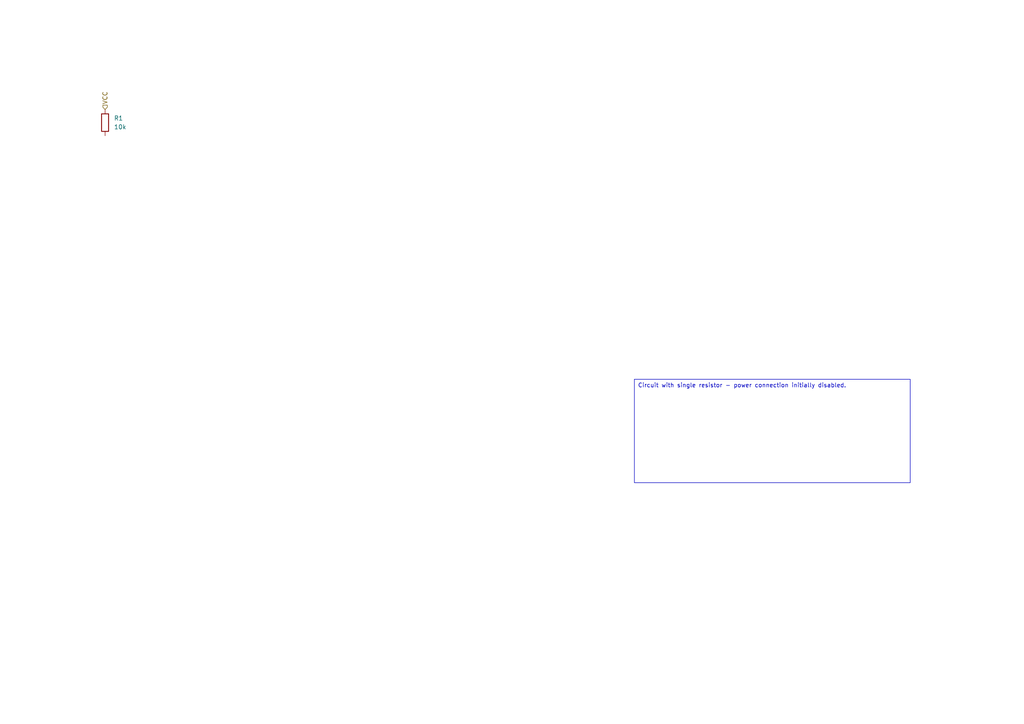
<source format=kicad_sch>
(kicad_sch (version 20250114) (generator "circuit_synth") (generator_version "0.8.36")
  (paper "A4")
  (title_block (title "resistor_with_power"))
  (lib_symbols
    (symbol "Device:R" (pin_numbers (hide yes)) (pin_names (offset 0))
      (property "Reference" "R" (at 2.032 0 90))
      (property "Value" "R" (at 0 0 90))
      (symbol "R_0_1"
        (rectangle (start -1.016 -2.54) (end 1.016 2.54) (stroke (width 0.254)))
      )
      (symbol "R_1_1"
        (pin passive line (at 0 3.81 270) (length 1.27) (name "~") (number "1"))
        (pin passive line (at 0 -3.81 90) (length 1.27) (name "~") (number "2"))
      )
    )
  )
  (symbol (lib_id "Device:R") (at 30.48 35.56 0) (unit 1)
    (property "Reference" "R1" (at 33.02 34.2899 0) (effects (justify left)))
    (property "Value" "10k" (at 33.02 36.8299 0) (effects (justify left)))
    (property "Footprint" "Resistor_SMD:R_0603_1608Metric" (effects (hide yes)))
    (property "hierarchy_path" "/48ab9ca9-2b17-41f8-8bbb-45143d8f34f9" (effects (hide yes)))
    (property "project_name" "resistor_with_power" (effects (hide yes)))
    (property "root_uuid" "48ab9ca9-2b17-41f8-8bbb-45143d8f34f9" (effects (hide yes)))
  )
  (hierarchical_label "VCC" (shape input) (at 30.48 31.75 90))
  (text_box "Circuit with single resistor - power connection initially disabled." (at 184 110 0.0000) (size 80 30) (margins 1 1 1 1) (stroke (width 0.0000)) (effects (font (size 1.2 1.2)) (justify left top)))
)
</source>
